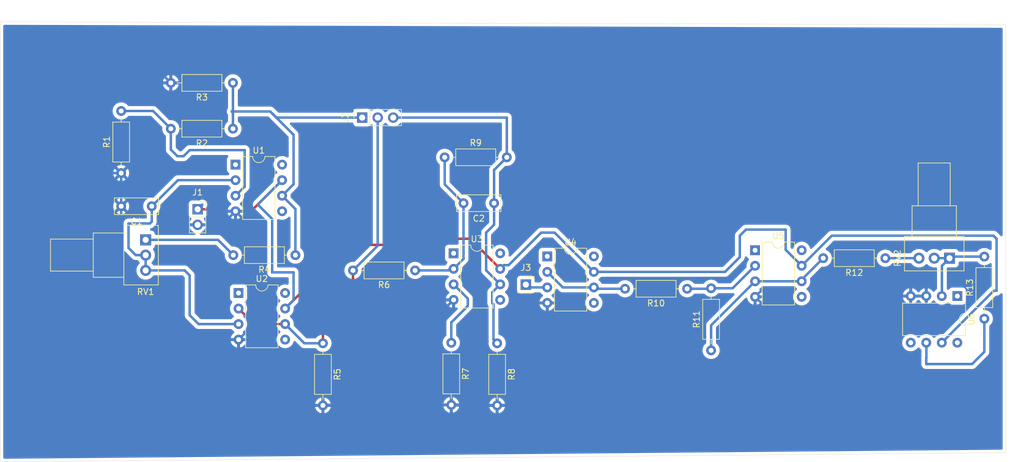
<source format=kicad_pcb>
(kicad_pcb (version 20240108) (generator "pcbnew") (generator_version "8.0")
  (layers (0 "F.Cu" signal) (31 "B.Cu" signal) (34 "B.Paste" user) (35 "F.Paste" user) (36 "B.SilkS" user "B.Silkscreen") (37 "F.SilkS" user "F.Silkscreen") (38 "B.Mask" user) (39 "F.Mask" user) (44 "Edge.Cuts" user))
  (net 0 "")
  (net 1 "Net-(U1--)")
  (net 2 "Earth")
  (net 3 "Net-(J2-Pin_3)")
  (net 4 "Net-(U3--)")
  (net 5 "+12")
  (net 6 "Net-(J2-Pin_1)")
  (net 7 "Net-(J2-Pin_2)")
  (net 8 "Net-(J3-Pin_1)")
  (net 9 "Net-(U1-+)")
  (net 10 "Net-(R4-Pad2)")
  (net 11 "Net-(U3-+)")
  (net 12 "Net-(U4--)")
  (net 13 "Net-(U5--)")
  (net 14 "Net-(U5-+)")
  (net 15 "Net-(R12-Pad1)")
  (net 16 "Net-(R13-Pad1)")
  (net 17 "Net-(U6--)")
  (footprint "Resistor_THT:R_Axial_DIN0207_L6.3mm_D2.5mm_P10.16mm_Horizontal" (layer "F.Cu") (at 89.08 76 180)
    (property "Reference" "R2" (at 5.08 -2.37 360) (layer "F.SilkS"))
    (property "Value" "100K")
    (fp_line (start 9.12 0) (end 8.35 0) (stroke (width 0.12)) (layer "F.SilkS"))
    (fp_line (start 8.35 1.37) (end 8.35 -1.37) (stroke (width 0.12)) (layer "F.SilkS"))
    (fp_line (start 8.35 -1.37) (end 1.81 -1.37) (stroke (width 0.12)) (layer "F.SilkS"))
    (fp_line (start 1.81 1.37) (end 8.35 1.37) (stroke (width 0.12)) (layer "F.SilkS"))
    (fp_line (start 1.81 -1.37) (end 1.81 1.37) (stroke (width 0.12)) (layer "F.SilkS"))
    (fp_line (start 1.04 0) (end 1.81 0) (stroke (width 0.12)) (layer "F.SilkS"))
    (pad "1" thru_hole circle (at 0 0 180) (size 1.6 1.6) (drill 0.8) (layers "*.Cu" "*.Mask") (net 6 "Net-(J2-Pin_1)"))
    (pad "2" thru_hole oval (at 10.16 0 180) (size 1.6 1.6) (drill 0.8) (layers "*.Cu" "*.Mask") (net 9 "Net-(U1-+)"))
  )
  (footprint "Resistor_THT:R_Axial_DIN0207_L6.3mm_D2.5mm_P10.16mm_Horizontal" (layer "F.Cu") (at 132.3 111.1 -90)
    (property "Reference" "R8" (at 5.08 -2.37 90) (layer "F.SilkS"))
    (property "Value" "4.7k")
    (fp_line (start 1.81 1.37) (end 8.35 1.37) (stroke (width 0.12)) (layer "F.SilkS"))
    (fp_line (start 8.35 1.37) (end 8.35 -1.37) (stroke (width 0.12)) (layer "F.SilkS"))
    (fp_line (start 1.04 0) (end 1.81 0) (stroke (width 0.12)) (layer "F.SilkS"))
    (fp_line (start 9.12 0) (end 8.35 0) (stroke (width 0.12)) (layer "F.SilkS"))
    (fp_line (start 1.81 -1.37) (end 1.81 1.37) (stroke (width 0.12)) (layer "F.SilkS"))
    (fp_line (start 8.35 -1.37) (end 1.81 -1.37) (stroke (width 0.12)) (layer "F.SilkS"))
    (pad "1" thru_hole circle (at 0 0 270) (size 1.6 1.6) (drill 0.8) (layers "*.Cu" "*.Mask") (net 3 "Net-(J2-Pin_3)"))
    (pad "2" thru_hole oval (at 10.16 0 270) (size 1.6 1.6) (drill 0.8) (layers "*.Cu" "*.Mask") (net 2 "Earth"))
  )
  (footprint "Potentiometer_THT:Potentiometer_Alps_RK09Y11_Single_Horizontal" (layer "F.Cu") (at 74.8 94.18)
    (property "Reference" "RV1" (at 0 8.5 180) (layer "F.SilkS"))
    (property "Value" "100K")
    (fp_line (start -15.57 5.12) (end -15.57 -0.12) (stroke (width 0.12)) (layer "F.SilkS"))
    (fp_line (start -8.57 -0.12) (end -15.57 -0.12) (stroke (width 0.12)) (layer "F.SilkS"))
    (fp_line (start -8.57 5.12) (end -15.57 5.12) (stroke (width 0.12)) (layer "F.SilkS"))
    (fp_line (start -8.57 6.12) (end -8.57 -1.12) (stroke (width 0.12)) (layer "F.SilkS"))
    (fp_line (start -3.57 -1.12) (end -8.57 -1.12) (stroke (width 0.12)) (layer "F.SilkS"))
    (fp_line (start -3.57 6.12) (end -8.57 6.12) (stroke (width 0.12)) (layer "F.SilkS"))
    (fp_line (start -3.57 7.37) (end -3.57 -2.37) (stroke (width 0.12)) (layer "F.SilkS"))
    (fp_line (start 2.071 -2.37) (end -3.57 -2.37) (stroke (width 0.12)) (layer "F.SilkS"))
    (fp_line (start 2.071 7.37) (end -3.57 7.37) (stroke (width 0.12)) (layer "F.SilkS"))
    (fp_line (start 2.071 7.37) (end 2.071 -2.37) (stroke (width 0.12)) (layer "F.SilkS"))
    (pad "1" thru_hole rect (at 0 0 180) (size 1.8 1.8) (drill 1) (layers "*.Cu" "*.Mask") (net 10 "Net-(R4-Pad2)"))
    (pad "2" thru_hole circle (at 0 2.5 180) (size 1.8 1.8) (drill 1) (layers "*.Cu" "*.Mask") (net 1 "Net-(U1--)"))
    (pad "3" thru_hole circle (at 0 5 180) (size 1.8 1.8) (drill 1) (layers "*.Cu" "*.Mask") (net 1 "Net-(U1--)"))
  )
  (footprint "Resistor_THT:R_Axial_DIN0207_L6.3mm_D2.5mm_P10.16mm_Horizontal" (layer "F.Cu") (at 70.8 83.26 90)
    (property "Reference" "R1" (at 5.08 -2.37 90) (layer "F.SilkS"))
    (property "Value" "20K")
    (fp_line (start 8.35 -1.37) (end 1.81 -1.37) (stroke (width 0.12)) (layer "F.SilkS"))
    (fp_line (start 1.81 -1.37) (end 1.81 1.37) (stroke (width 0.12)) (layer "F.SilkS"))
    (fp_line (start 9.12 0) (end 8.35 0) (stroke (width 0.12)) (layer "F.SilkS"))
    (fp_line (start 1.04 0) (end 1.81 0) (stroke (width 0.12)) (layer "F.SilkS"))
    (fp_line (start 8.35 1.37) (end 8.35 -1.37) (stroke (width 0.12)) (layer "F.SilkS"))
    (fp_line (start 1.81 1.37) (end 8.35 1.37) (stroke (width 0.12)) (layer "F.SilkS"))
    (pad "1" thru_hole circle (at 0 0 90) (size 1.6 1.6) (drill 0.8) (layers "*.Cu" "*.Mask") (net 2 "Earth"))
    (pad "2" thru_hole oval (at 10.16 0 90) (size 1.6 1.6) (drill 0.8) (layers "*.Cu" "*.Mask") (net 9 "Net-(U1-+)"))
  )
  (footprint "Package_DIP:DIP-8_W7.62mm" (layer "F.Cu") (at 89.5 81.88)
    (property "Reference" "U1" (at 3.81 -2.33 0) (layer "F.SilkS"))
    (property "Value" "LM741")
    (fp_line (start 1.16 -1.33) (end 1.16 8.95) (stroke (width 0.12)) (layer "F.SilkS"))
    (fp_line (start 1.16 8.95) (end 6.46 8.95) (stroke (width 0.12)) (layer "F.SilkS"))
    (fp_line (start 2.81 -1.33) (end 1.16 -1.33) (stroke (width 0.12)) (layer "F.SilkS"))
    (fp_line (start 6.46 -1.33) (end 4.81 -1.33) (stroke (width 0.12)) (layer "F.SilkS"))
    (fp_line (start 6.46 8.95) (end 6.46 -1.33) (stroke (width 0.12)) (layer "F.SilkS"))
    (fp_arc (start 4.81 -1.33) (mid 3.81 -0.33) (end 2.81 -1.33) (stroke (width 0.12)) (layer "F.SilkS"))
    (pad "1" thru_hole rect (at 0 0) (size 1.6 1.6) (drill 0.8) (layers "*.Cu" "*.Mask"))
    (pad "2" thru_hole oval (at 0 2.54) (size 1.6 1.6) (drill 0.8) (layers "*.Cu" "*.Mask") (net 1 "Net-(U1--)"))
    (pad "3" thru_hole oval (at 0 5.08) (size 1.6 1.6) (drill 0.8) (layers "*.Cu" "*.Mask") (net 9 "Net-(U1-+)"))
    (pad "4" thru_hole oval (at 0 7.62) (size 1.6 1.6) (drill 0.8) (layers "*.Cu" "*.Mask") (net 2 "Earth"))
    (pad "5" thru_hole oval (at 7.62 7.62) (size 1.6 1.6) (drill 0.8) (layers "*.Cu" "*.Mask"))
    (pad "6" thru_hole oval (at 7.62 5.08) (size 1.6 1.6) (drill 0.8) (layers "*.Cu" "*.Mask") (net 6 "Net-(J2-Pin_1)"))
    (pad "7" thru_hole oval (at 7.62 2.54) (size 1.6 1.6) (drill 0.8) (layers "*.Cu" "*.Mask") (net 5 "+12"))
    (pad "8" thru_hole oval (at 7.62 0) (size 1.6 1.6) (drill 0.8) (layers "*.Cu" "*.Mask"))
  )
  (footprint "Resistor_THT:R_Axial_DIN0207_L6.3mm_D2.5mm_P10.16mm_Horizontal" (layer "F.Cu") (at 212 107.08 90)
    (property "Reference" "R13" (at 5.08 -2.37 90) (layer "F.SilkS"))
    (property "Value" "1k")
    (fp_line (start 8.35 -1.37) (end 1.81 -1.37) (stroke (width 0.12)) (layer "F.SilkS"))
    (fp_line (start 1.81 -1.37) (end 1.81 1.37) (stroke (width 0.12)) (layer "F.SilkS"))
    (fp_line (start 9.12 0) (end 8.35 0) (stroke (width 0.12)) (layer "F.SilkS"))
    (fp_line (start 1.04 0) (end 1.81 0) (stroke (width 0.12)) (layer "F.SilkS"))
    (fp_line (start 8.35 1.37) (end 8.35 -1.37) (stroke (width 0.12)) (layer "F.SilkS"))
    (fp_line (start 1.81 1.37) (end 8.35 1.37) (stroke (width 0.12)) (layer "F.SilkS"))
    (pad "1" thru_hole circle (at 0 0 90) (size 1.6 1.6) (drill 0.8) (layers "*.Cu" "*.Mask") (net 16 "Net-(R13-Pad1)"))
    (pad "2" thru_hole oval (at 10.16 0 90) (size 1.6 1.6) (drill 0.8) (layers "*.Cu" "*.Mask") (net 17 "Net-(U6--)"))
  )
  (footprint "Potentiometer_THT:Potentiometer_Alps_RK09Y11_Single_Horizontal" (layer "F.Cu") (at 206.3 97.18 -90)
    (property "Reference" "RV2" (at 0 8.5 90) (layer "F.SilkS"))
    (property "Value" "100k")
    (fp_line (start -3.57 7.37) (end -3.57 -2.37) (stroke (width 0.12)) (layer "F.SilkS"))
    (fp_line (start 2.071 7.37) (end -3.57 7.37) (stroke (width 0.12)) (layer "F.SilkS"))
    (fp_line (start 2.071 7.37) (end 2.071 -2.37) (stroke (width 0.12)) (layer "F.SilkS"))
    (fp_line (start -8.57 6.12) (end -8.57 -1.12) (stroke (width 0.12)) (layer "F.SilkS"))
    (fp_line (start -3.57 6.12) (end -8.57 6.12) (stroke (width 0.12)) (layer "F.SilkS"))
    (fp_line (start -15.57 5.12) (end -15.57 -0.12) (stroke (width 0.12)) (layer "F.SilkS"))
    (fp_line (start -8.57 5.12) (end -15.57 5.12) (stroke (width 0.12)) (layer "F.SilkS"))
    (fp_line (start -8.57 -0.12) (end -15.57 -0.12) (stroke (width 0.12)) (layer "F.SilkS"))
    (fp_line (start -3.57 -1.12) (end -8.57 -1.12) (stroke (width 0.12)) (layer "F.SilkS"))
    (fp_line (start 2.071 -2.37) (end -3.57 -2.37) (stroke (width 0.12)) (layer "F.SilkS"))
    (pad "1" thru_hole rect (at 0 0 90) (size 1.8 1.8) (drill 1) (layers "*.Cu" "*.Mask") (net 17 "Net-(U6--)"))
    (pad "2" thru_hole circle (at 0 2.5 90) (size 1.8 1.8) (drill 1) (layers "*.Cu" "*.Mask") (net 17 "Net-(U6--)"))
    (pad "3" thru_hole circle (at 0 5 90) (size 1.8 1.8) (drill 1) (layers "*.Cu" "*.Mask") (net 15 "Net-(R12-Pad1)"))
  )
  (footprint "Resistor_THT:R_Axial_DIN0207_L6.3mm_D2.5mm_P10.16mm_Horizontal" (layer "F.Cu") (at 89.08 68.5 180)
    (property "Reference" "R3" (at 5.08 -2.37 360) (layer "F.SilkS"))
    (property "Value" "4.7K")
    (fp_line (start 9.12 0) (end 8.35 0) (stroke (width 0.12)) (layer "F.SilkS"))
    (fp_line (start 8.35 1.37) (end 8.35 -1.37) (stroke (width 0.12)) (layer "F.SilkS"))
    (fp_line (start 8.35 -1.37) (end 1.81 -1.37) (stroke (width 0.12)) (layer "F.SilkS"))
    (fp_line (start 1.81 1.37) (end 8.35 1.37) (stroke (width 0.12)) (layer "F.SilkS"))
    (fp_line (start 1.81 -1.37) (end 1.81 1.37) (stroke (width 0.12)) (layer "F.SilkS"))
    (fp_line (start 1.04 0) (end 1.81 0) (stroke (width 0.12)) (layer "F.SilkS"))
    (pad "1" thru_hole circle (at 0 0 180) (size 1.6 1.6) (drill 0.8) (layers "*.Cu" "*.Mask") (net 6 "Net-(J2-Pin_1)"))
    (pad "2" thru_hole oval (at 10.16 0 180) (size 1.6 1.6) (drill 0.8) (layers "*.Cu" "*.Mask") (net 2 "Earth"))
  )
  (footprint "Connector_PinSocket_2.54mm:PinSocket_1x02_P2.54mm_Vertical" (layer "F.Cu") (at 83.3 89.18)
    (property "Reference" "J1" (at 0 -2.77 0) (layer "F.SilkS"))
    (property "Value" "Conn_01x02_Pin")
    (fp_line (start -1.33 1.27) (end -1.33 3.87) (stroke (width 0.12)) (layer "F.SilkS"))
    (fp_line (start -1.33 1.27) (end 1.33 1.27) (stroke (width 0.12)) (layer "F.SilkS"))
    (fp_line (start -1.33 3.87) (end 1.33 3.87) (stroke (width 0.12)) (layer "F.SilkS"))
    (fp_line (start 0 -1.33) (end 1.33 -1.33) (stroke (width 0.12)) (layer "F.SilkS"))
    (fp_line (start 1.33 -1.33) (end 1.33 0) (stroke (width 0.12)) (layer "F.SilkS"))
    (fp_line (start 1.33 1.27) (end 1.33 3.87) (stroke (width 0.12)) (layer "F.SilkS"))
    (pad "1" thru_hole rect (at 0 0) (size 1.7 1.7) (drill 1) (layers "*.Cu" "*.Mask") (net 5 "+12"))
    (pad "2" thru_hole oval (at 0 2.54) (size 1.7 1.7) (drill 1) (layers "*.Cu" "*.Mask") (net 2 "Earth"))
  )
  (footprint "Resistor_THT:R_Axial_DIN0207_L6.3mm_D2.5mm_P10.16mm_Horizontal" (layer "F.Cu") (at 195.8 97.18 180)
    (property "Reference" "R12" (at 5.08 -2.37 360) (layer "F.SilkS"))
    (property "Value" "1k")
    (fp_line (start 9.12 0) (end 8.35 0) (stroke (width 0.12)) (layer "F.SilkS"))
    (fp_line (start 8.35 1.37) (end 8.35 -1.37) (stroke (width 0.12)) (layer "F.SilkS"))
    (fp_line (start 8.35 -1.37) (end 1.81 -1.37) (stroke (width 0.12)) (layer "F.SilkS"))
    (fp_line (start 1.81 1.37) (end 8.35 1.37) (stroke (width 0.12)) (layer "F.SilkS"))
    (fp_line (start 1.81 -1.37) (end 1.81 1.37) (stroke (width 0.12)) (layer "F.SilkS"))
    (fp_line (start 1.04 0) (end 1.81 0) (stroke (width 0.12)) (layer "F.SilkS"))
    (pad "1" thru_hole circle (at 0 0 180) (size 1.6 1.6) (drill 0.8) (layers "*.Cu" "*.Mask") (net 15 "Net-(R12-Pad1)"))
    (pad "2" thru_hole oval (at 10.16 0 180) (size 1.6 1.6) (drill 0.8) (layers "*.Cu" "*.Mask") (net 14 "Net-(U5-+)"))
  )
  (footprint "Resistor_THT:R_Axial_DIN0207_L6.3mm_D2.5mm_P10.16mm_Horizontal" (layer "F.Cu") (at 163.38 102.18 180)
    (property "Reference" "R10" (at 5.08 -2.37 0) (layer "F.SilkS"))
    (property "Value" "4.7k")
    (fp_line (start 9.12 0) (end 8.35 0) (stroke (width 0.12)) (layer "F.SilkS"))
    (fp_line (start 8.35 1.37) (end 8.35 -1.37) (stroke (width 0.12)) (layer "F.SilkS"))
    (fp_line (start 8.35 -1.37) (end 1.81 -1.37) (stroke (width 0.12)) (layer "F.SilkS"))
    (fp_line (start 1.81 1.37) (end 8.35 1.37) (stroke (width 0.12)) (layer "F.SilkS"))
    (fp_line (start 1.81 -1.37) (end 1.81 1.37) (stroke (width 0.12)) (layer "F.SilkS"))
    (fp_line (start 1.04 0) (end 1.81 0) (stroke (width 0.12)) (layer "F.SilkS"))
    (pad "1" thru_hole circle (at 0 0 180) (size 1.6 1.6) (drill 0.8) (layers "*.Cu" "*.Mask") (net 13 "Net-(U5--)"))
    (pad "2" thru_hole oval (at 10.16 0 180) (size 1.6 1.6) (drill 0.8) (layers "*.Cu" "*.Mask") (net 12 "Net-(U4--)"))
  )
  (footprint "Resistor_THT:R_Axial_DIN0207_L6.3mm_D2.5mm_P10.16mm_Horizontal" (layer "F.Cu") (at 124.8 111.02 -90)
    (property "Reference" "R7" (at 5.08 -2.37 90) (layer "F.SilkS"))
    (property "Value" "100k")
    (fp_line (start 1.81 1.37) (end 8.35 1.37) (stroke (width 0.12)) (layer "F.SilkS"))
    (fp_line (start 8.35 1.37) (end 8.35 -1.37) (stroke (width 0.12)) (layer "F.SilkS"))
    (fp_line (start 1.04 0) (end 1.81 0) (stroke (width 0.12)) (layer "F.SilkS"))
    (fp_line (start 9.12 0) (end 8.35 0) (stroke (width 0.12)) (layer "F.SilkS"))
    (fp_line (start 1.81 -1.37) (end 1.81 1.37) (stroke (width 0.12)) (layer "F.SilkS"))
    (fp_line (start 8.35 -1.37) (end 1.81 -1.37) (stroke (width 0.12)) (layer "F.SilkS"))
    (pad "1" thru_hole circle (at 0 0 270) (size 1.6 1.6) (drill 0.8) (layers "*.Cu" "*.Mask") (net 11 "Net-(U3-+)"))
    (pad "2" thru_hole oval (at 10.16 0 270) (size 1.6 1.6) (drill 0.8) (layers "*.Cu" "*.Mask") (net 2 "Earth"))
  )
  (footprint "Capacitor_THT:C_Disc_D7.0mm_W2.5mm_P5.00mm" (layer "F.Cu") (at 131.8 88.18 180)
    (property "Reference" "C2" (at 2.5 -2.5 360) (layer "F.SilkS"))
    (property "Value" "0.2uF")
    (fp_line (start 6.12 -1.37) (end 6.12 1.37) (stroke (width 0.12)) (layer "F.SilkS"))
    (fp_line (start -1.12 1.37) (end 6.12 1.37) (stroke (width 0.12)) (layer "F.SilkS"))
    (fp_line (start -1.12 -1.37) (end 6.12 -1.37) (stroke (width 0.12)) (layer "F.SilkS"))
    (fp_line (start -1.12 -1.37) (end -1.12 1.37) (stroke (width 0.12)) (layer "F.SilkS"))
    (pad "1" thru_hole circle (at 0 0 180) (size 1.6 1.6) (drill 0.8) (layers "*.Cu" "*.Mask") (net 3 "Net-(J2-Pin_3)"))
    (pad "2" thru_hole circle (at 5 0 180) (size 1.6 1.6) (drill 0.8) (layers "*.Cu" "*.Mask") (net 4 "Net-(U3--)"))
  )
  (footprint "Capacitor_THT:C_Disc_D7.0mm_W2.5mm_P5.00mm" (layer "F.Cu") (at 75.8 88.68 180)
    (property "Reference" "C1" (at 2.5 -2.5 360) (layer "F.SilkS"))
    (property "Value" "1uF")
    (fp_line (start 6.12 -1.37) (end 6.12 1.37) (stroke (width 0.12)) (layer "F.SilkS"))
    (fp_line (start -1.12 1.37) (end 6.12 1.37) (stroke (width 0.12)) (layer "F.SilkS"))
    (fp_line (start -1.12 -1.37) (end 6.12 -1.37) (stroke (width 0.12)) (layer "F.SilkS"))
    (fp_line (start -1.12 -1.37) (end -1.12 1.37) (stroke (width 0.12)) (layer "F.SilkS"))
    (pad "1" thru_hole circle (at 0 0 180) (size 1.6 1.6) (drill 0.8) (layers "*.Cu" "*.Mask") (net 1 "Net-(U1--)"))
    (pad "2" thru_hole circle (at 5 0 180) (size 1.6 1.6) (drill 0.8) (layers "*.Cu" "*.Mask") (net 2 "Earth"))
  )
  (footprint "Resistor_THT:R_Axial_DIN0207_L6.3mm_D2.5mm_P10.16mm_Horizontal" (layer "F.Cu") (at 99.3 96.68 180)
    (property "Reference" "R4" (at 5.08 -2.37 360) (layer "F.SilkS"))
    (property "Value" "100")
    (fp_line (start 9.12 0) (end 8.35 0) (stroke (width 0.12)) (layer "F.SilkS"))
    (fp_line (start 8.35 1.37) (end 8.35 -1.37) (stroke (width 0.12)) (layer "F.SilkS"))
    (fp_line (start 8.35 -1.37) (end 1.81 -1.37) (stroke (width 0.12)) (layer "F.SilkS"))
    (fp_line (start 1.81 1.37) (end 8.35 1.37) (stroke (width 0.12)) (layer "F.SilkS"))
    (fp_line (start 1.81 -1.37) (end 1.81 1.37) (stroke (width 0.12)) (layer "F.SilkS"))
    (fp_line (start 1.04 0) (end 1.81 0) (stroke (width 0.12)) (layer "F.SilkS"))
    (pad "1" thru_hole circle (at 0 0 180) (size 1.6 1.6) (drill 0.8) (layers "*.Cu" "*.Mask") (net 6 "Net-(J2-Pin_1)"))
    (pad "2" thru_hole oval (at 10.16 0 180) (size 1.6 1.6) (drill 0.8) (layers "*.Cu" "*.Mask") (net 10 "Net-(R4-Pad2)"))
  )
  (footprint "Package_DIP:DIP-8_W7.62mm" (layer "F.Cu") (at 125.18 96.38)
    (property "Reference" "U3" (at 3.81 -2.33 0) (layer "F.SilkS"))
    (property "Value" "LM741")
    (fp_line (start 1.16 -1.33) (end 1.16 8.95) (stroke (width 0.12)) (layer "F.SilkS"))
    (fp_line (start 1.16 8.95) (end 6.46 8.95) (stroke (width 0.12)) (layer "F.SilkS"))
    (fp_line (start 2.81 -1.33) (end 1.16 -1.33) (stroke (width 0.12)) (layer "F.SilkS"))
    (fp_line (start 6.46 -1.33) (end 4.81 -1.33) (stroke (width 0.12)) (layer "F.SilkS"))
    (fp_line (start 6.46 8.95) (end 6.46 -1.33) (stroke (width 0.12)) (layer "F.SilkS"))
    (fp_arc (start 4.81 -1.33) (mid 3.81 -0.33) (end 2.81 -1.33) (stroke (width 0.12)) (layer "F.SilkS"))
    (pad "1" thru_hole rect (at 0 0) (size 1.6 1.6) (drill 0.8) (layers "*.Cu" "*.Mask"))
    (pad "2" thru_hole oval (at 0 2.54) (size 1.6 1.6) (drill 0.8) (layers "*.Cu" "*.Mask") (net 4 "Net-(U3--)"))
    (pad "3" thru_hole oval (at 0 5.08) (size 1.6 1.6) (drill 0.8) (layers "*.Cu" "*.Mask") (net 11 "Net-(U3-+)"))
    (pad "4" thru_hole oval (at 0 7.62) (size 1.6 1.6) (drill 0.8) (layers "*.Cu" "*.Mask") (net 2 "Earth"))
    (pad "5" thru_hole oval (at 7.62 7.62) (size 1.6 1.6) (drill 0.8) (layers "*.Cu" "*.Mask"))
    (pad "6" thru_hole oval (at 7.62 5.08) (size 1.6 1.6) (drill 0.8) (layers "*.Cu" "*.Mask") (net 3 "Net-(J2-Pin_3)"))
    (pad "7" thru_hole oval (at 7.62 2.54) (size 1.6 1.6) (drill 0.8) (layers "*.Cu" "*.Mask") (net 5 "+12"))
    (pad "8" thru_hole oval (at 7.62 0) (size 1.6 1.6) (drill 0.8) (layers "*.Cu" "*.Mask"))
  )
  (footprint "Resistor_THT:R_Axial_DIN0207_L6.3mm_D2.5mm_P10.16mm_Horizontal" (layer "F.Cu") (at 167.3 112.26 90)
    (property "Reference" "R11" (at 5.08 -2.37 90) (layer "F.SilkS"))
    (property "Value" "10k")
    (fp_line (start 8.35 -1.37) (end 1.81 -1.37) (stroke (width 0.12)) (layer "F.SilkS"))
    (fp_line (start 1.81 -1.37) (end 1.81 1.37) (stroke (width 0.12)) (layer "F.SilkS"))
    (fp_line (start 9.12 0) (end 8.35 0) (stroke (width 0.12)) (layer "F.SilkS"))
    (fp_line (start 1.04 0) (end 1.81 0) (stroke (width 0.12)) (layer "F.SilkS"))
    (fp_line (start 8.35 1.37) (end 8.35 -1.37) (stroke (width 0.12)) (layer "F.SilkS"))
    (fp_line (start 1.81 1.37) (end 8.35 1.37) (stroke (width 0.12)) (layer "F.SilkS"))
    (pad "1" thru_hole circle (at 0 0 90) (size 1.6 1.6) (drill 0.8) (layers "*.Cu" "*.Mask") (net 14 "Net-(U5-+)"))
    (pad "2" thru_hole oval (at 10.16 0 90) (size 1.6 1.6) (drill 0.8) (layers "*.Cu" "*.Mask") (net 13 "Net-(U5--)"))
  )
  (footprint "Package_DIP:DIP-8_W7.62mm" (layer "F.Cu") (at 140.5 96.88)
    (property "Reference" "U4" (at 3.81 -2.33 0) (layer "F.SilkS"))
    (property "Value" "LM741")
    (fp_line (start 1.16 -1.33) (end 1.16 8.95) (stroke (width 0.12)) (layer "F.SilkS"))
    (fp_line (start 1.16 8.95) (end 6.46 8.95) (stroke (width 0.12)) (layer "F.SilkS"))
    (fp_line (start 2.81 -1.33) (end 1.16 -1.33) (stroke (width 0.12)) (layer "F.SilkS"))
    (fp_line (start 6.46 -1.33) (end 4.81 -1.33) (stroke (width 0.12)) (layer "F.SilkS"))
    (fp_line (start 6.46 8.95) (end 6.46 -1.33) (stroke (width 0.12)) (layer "F.SilkS"))
    (fp_arc (start 4.81 -1.33) (mid 3.81 -0.33) (end 2.81 -1.33) (stroke (width 0.12)) (layer "F.SilkS"))
    (pad "1" thru_hole rect (at 0 0) (size 1.6 1.6) (drill 0.8) (layers "*.Cu" "*.Mask"))
    (pad "2" thru_hole oval (at 0 2.54) (size 1.6 1.6) (drill 0.8) (layers "*.Cu" "*.Mask") (net 12 "Net-(U4--)"))
    (pad "3" thru_hole oval (at 0 5.08) (size 1.6 1.6) (drill 0.8) (layers "*.Cu" "*.Mask") (net 8 "Net-(J3-Pin_1)"))
    (pad "4" thru_hole oval (at 0 7.62) (size 1.6 1.6) (drill 0.8) (layers "*.Cu" "*.Mask") (net 2 "Earth"))
    (pad "5" thru_hole oval (at 7.62 7.62) (size 1.6 1.6) (drill 0.8) (layers "*.Cu" "*.Mask"))
    (pad "6" thru_hole oval (at 7.62 5.08) (size 1.6 1.6) (drill 0.8) (layers "*.Cu" "*.Mask") (net 12 "Net-(U4--)"))
    (pad "7" thru_hole oval (at 7.62 2.54) (size 1.6 1.6) (drill 0.8) (layers "*.Cu" "*.Mask") (net 5 "+12"))
    (pad "8" thru_hole oval (at 7.62 0) (size 1.6 1.6) (drill 0.8) (layers "*.Cu" "*.Mask"))
  )
  (footprint "Connector_PinSocket_2.54mm:PinSocket_1x03_P2.54mm_Vertical" (layer "F.Cu") (at 110.22 74.18 90)
    (property "Reference" "J2" (at 0 -2.77 90) (layer "F.SilkS"))
    (property "Value" "Conn_01x03_Pin")
    (fp_line (start 1.33 -1.33) (end 1.33 0) (stroke (width 0.12)) (layer "F.SilkS"))
    (fp_line (start 0 -1.33) (end 1.33 -1.33) (stroke (width 0.12)) (layer "F.SilkS"))
    (fp_line (start 1.33 1.27) (end 1.33 6.41) (stroke (width 0.12)) (layer "F.SilkS"))
    (fp_line (start -1.33 1.27) (end 1.33 1.27) (stroke (width 0.12)) (layer "F.SilkS"))
    (fp_line (start -1.33 1.27) (end -1.33 6.41) (stroke (width 0.12)) (layer "F.SilkS"))
    (fp_line (start -1.33 6.41) (end 1.33 6.41) (stroke (width 0.12)) (layer "F.SilkS"))
    (pad "1" thru_hole rect (at 0 0 90) (size 1.7 1.7) (drill 1) (layers "*.Cu" "*.Mask") (net 6 "Net-(J2-Pin_1)"))
    (pad "2" thru_hole oval (at 0 2.54 90) (size 1.7 1.7) (drill 1) (layers "*.Cu" "*.Mask") (net 7 "Net-(J2-Pin_2)"))
    (pad "3" thru_hole oval (at 0 5.08 90) (size 1.7 1.7) (drill 1) (layers "*.Cu" "*.Mask") (net 3 "Net-(J2-Pin_3)"))
  )
  (footprint "Resistor_THT:R_Axial_DIN0207_L6.3mm_D2.5mm_P10.16mm_Horizontal" (layer "F.Cu") (at 118.88 99.18 180)
    (property "Reference" "R6" (at 5.08 -2.37 360) (layer "F.SilkS"))
    (property "Value" "30K")
    (fp_line (start 9.12 0) (end 8.35 0) (stroke (width 0.12)) (layer "F.SilkS"))
    (fp_line (start 8.35 1.37) (end 8.35 -1.37) (stroke (width 0.12)) (layer "F.SilkS"))
    (fp_line (start 8.35 -1.37) (end 1.81 -1.37) (stroke (width 0.12)) (layer "F.SilkS"))
    (fp_line (start 1.81 1.37) (end 8.35 1.37) (stroke (width 0.12)) (layer "F.SilkS"))
    (fp_line (start 1.81 -1.37) (end 1.81 1.37) (stroke (width 0.12)) (layer "F.SilkS"))
    (fp_line (start 1.04 0) (end 1.81 0) (stroke (width 0.12)) (layer "F.SilkS"))
    (pad "1" thru_hole circle (at 0 0 180) (size 1.6 1.6) (drill 0.8) (layers "*.Cu" "*.Mask") (net 4 "Net-(U3--)"))
    (pad "2" thru_hole oval (at 10.16 0 180) (size 1.6 1.6) (drill 0.8) (layers "*.Cu" "*.Mask") (net 7 "Net-(J2-Pin_2)"))
  )
  (footprint "Package_DIP:DIP-8_W7.62mm" (layer "F.Cu") (at 174.5 95.88)
    (property "Reference" "U5" (at 3.81 -2.33 360) (layer "F.SilkS"))
    (property "Value" "LM741")
    (fp_line (start 1.16 -1.33) (end 1.16 8.95) (stroke (width 0.12)) (layer "F.SilkS"))
    (fp_line (start 1.16 8.95) (end 6.46 8.95) (stroke (width 0.12)) (layer "F.SilkS"))
    (fp_line (start 2.81 -1.33) (end 1.16 -1.33) (stroke (width 0.12)) (layer "F.SilkS"))
    (fp_line (start 6.46 -1.33) (end 4.81 -1.33) (stroke (width 0.12)) (layer "F.SilkS"))
    (fp_line (start 6.46 8.95) (end 6.46 -1.33) (stroke (width 0.12)) (layer "F.SilkS"))
    (fp_arc (start 4.81 -1.33) (mid 3.81 -0.33) (end 2.81 -1.33) (stroke (width 0.12)) (layer "F.SilkS"))
    (pad "1" thru_hole rect (at 0 0) (size 1.6 1.6) (drill 0.8) (layers "*.Cu" "*.Mask"))
    (pad "2" thru_hole oval (at 0 2.54) (size 1.6 1.6) (drill 0.8) (layers "*.Cu" "*.Mask") (net 13 "Net-(U5--)"))
    (pad "3" thru_hole oval (at 0 5.08) (size 1.6 1.6) (drill 0.8) (layers "*.Cu" "*.Mask") (net 14 "Net-(U5-+)"))
    (pad "4" thru_hole oval (at 0 7.62) (size 1.6 1.6) (drill 0.8) (layers "*.Cu" "*.Mask") (net 2 "Earth"))
    (pad "5" thru_hole oval (at 7.62 7.62) (size 1.6 1.6) (drill 0.8) (layers "*.Cu" "*.Mask"))
    (pad "6" thru_hole oval (at 7.62 5.08) (size 1.6 1.6) (drill 0.8) (layers "*.Cu" "*.Mask") (net 14 "Net-(U5-+)"))
    (pad "7" thru_hole oval (at 7.62 2.54) (size 1.6 1.6) (drill 0.8) (layers "*.Cu" "*.Mask") (net 5 "+12"))
    (pad "8" thru_hole oval (at 7.62 0) (size 1.6 1.6) (drill 0.8) (layers "*.Cu" "*.Mask"))
  )
  (footprint "Package_DIP:DIP-8_W7.62mm" (layer "F.Cu") (at 207.58 103.38 -90)
    (property "Reference" "U6" (at 3.81 -2.33 90) (layer "F.SilkS"))
    (property "Value" "LM741")
    (fp_line (start 1.16 8.95) (end 6.46 8.95) (stroke (width 0.12)) (layer "F.SilkS"))
    (fp_line (start 6.46 8.95) (end 6.46 -1.33) (stroke (width 0.12)) (layer "F.SilkS"))
    (fp_line (start 1.16 -1.33) (end 1.16 8.95) (stroke (width 0.12)) (layer "F.SilkS"))
    (fp_line (start 2.81 -1.33) (end 1.16 -1.33) (stroke (width 0.12)) (layer "F.SilkS"))
    (fp_line (start 6.46 -1.33) (end 4.81 -1.33) (stroke (width 0.12)) (layer "F.SilkS"))
    (fp_arc (start 4.81 -1.33) (mid 3.81 -0.33) (end 2.81 -1.33) (stroke (width 0.12)) (layer "F.SilkS"))
    (pad "1" thru_hole rect (at 0 0 270) (size 1.6 1.6) (drill 0.8) (layers "*.Cu" "*.Mask"))
    (pad "2" thru_hole oval (at 0 2.54 270) (size 1.6 1.6) (drill 0.8) (layers "*.Cu" "*.Mask") (net 17 "Net-(U6--)"))
    (pad "3" thru_hole oval (at 0 5.08 270) (size 1.6 1.6) (drill 0.8) (layers "*.Cu" "*.Mask") (net 2 "Earth"))
    (pad "4" thru_hole oval (at 0 7.62 270) (size 1.6 1.6) (drill 0.8) (layers "*.Cu" "*.Mask") (net 2 "Earth"))
    (pad "5" thru_hole oval (at 7.62 7.62 270) (size 1.6 1.6) (drill 0.8) (layers "*.Cu" "*.Mask"))
    (pad "6" thru_hole oval (at 7.62 5.08 270) (size 1.6 1.6) (drill 0.8) (layers "*.Cu" "*.Mask") (net 16 "Net-(R13-Pad1)"))
    (pad "7" thru_hole oval (at 7.62 2.54 270) (size 1.6 1.6) (drill 0.8) (layers "*.Cu" "*.Mask") (net 5 "+12"))
    (pad "8" thru_hole oval (at 7.62 0 270) (size 1.6 1.6) (drill 0.8) (layers "*.Cu" "*.Mask"))
  )
  (footprint "Resistor_THT:R_Axial_DIN0207_L6.3mm_D2.5mm_P10.16mm_Horizontal" (layer "F.Cu") (at 103.8 111.1 -90)
    (property "Reference" "R5" (at 5.08 -2.37 90) (layer "F.SilkS"))
    (property "Value" "4.7K")
    (fp_line (start 1.81 1.37) (end 8.35 1.37) (stroke (width 0.12)) (layer "F.SilkS"))
    (fp_line (start 8.35 1.37) (end 8.35 -1.37) (stroke (width 0.12)) (layer "F.SilkS"))
    (fp_line (start 1.04 0) (end 1.81 0) (stroke (width 0.12)) (layer "F.SilkS"))
    (fp_line (start 9.12 0) (end 8.35 0) (stroke (width 0.12)) (layer "F.SilkS"))
    (fp_line (start 1.81 -1.37) (end 1.81 1.37) (stroke (width 0.12)) (layer "F.SilkS"))
    (fp_line (start 8.35 -1.37) (end 1.81 -1.37) (stroke (width 0.12)) (layer "F.SilkS"))
    (pad "1" thru_hole circle (at 0 0 270) (size 1.6 1.6) (drill 0.8) (layers "*.Cu" "*.Mask") (net 7 "Net-(J2-Pin_2)"))
    (pad "2" thru_hole oval (at 10.16 0 270) (size 1.6 1.6) (drill 0.8) (layers "*.Cu" "*.Mask") (net 2 "Earth"))
  )
  (footprint "Package_DIP:DIP-8_W7.62mm" (layer "F.Cu") (at 90 102.88)
    (property "Reference" "U2" (at 3.81 -2.33 0) (layer "F.SilkS"))
    (property "Value" "LM741")
    (fp_line (start 1.16 -1.33) (end 1.16 8.95) (stroke (width 0.12)) (layer "F.SilkS"))
    (fp_line (start 1.16 8.95) (end 6.46 8.95) (stroke (width 0.12)) (layer "F.SilkS"))
    (fp_line (start 2.81 -1.33) (end 1.16 -1.33) (stroke (width 0.12)) (layer "F.SilkS"))
    (fp_line (start 6.46 -1.33) (end 4.81 -1.33) (stroke (width 0.12)) (layer "F.SilkS"))
    (fp_line (start 6.46 8.95) (end 6.46 -1.33) (stroke (width 0.12)) (layer "F.SilkS"))
    (fp_arc (start 4.81 -1.33) (mid 3.81 -0.33) (end 2.81 -1.33) (stroke (width 0.12)) (layer "F.SilkS"))
    (pad "1" thru_hole rect (at 0 0) (size 1.6 1.6) (drill 0.8) (layers "*.Cu" "*.Mask"))
    (pad "2" thru_hole oval (at 0 2.54) (size 1.6 1.6) (drill 0.8) (layers "*.Cu" "*.Mask") (net 7 "Net-(J2-Pin_2)"))
    (pad "3" thru_hole oval (at 0 5.08) (size 1.6 1.6) (drill 0.8) (layers "*.Cu" "*.Mask") (net 1 "Net-(U1--)"))
    (pad "4" thru_hole oval (at 0 7.62) (size 1.6 1.6) (drill 0.8) (layers "*.Cu" "*.Mask") (net 2 "Earth"))
    (pad "5" thru_hole oval (at 7.62 7.62) (size 1.6 1.6) (drill 0.8) (layers "*.Cu" "*.Mask"))
    (pad "6" thru_hole oval (at 7.62 5.08) (size 1.6 1.6) (drill 0.8) (layers "*.Cu" "*.Mask") (net 7 "Net-(J2-Pin_2)"))
    (pad "7" thru_hole oval (at 7.62 2.54) (size 1.6 1.6) (drill 0.8) (layers "*.Cu" "*.Mask") (net 5 "+12"))
    (pad "8" thru_hole oval (at 7.62 0) (size 1.6 1.6) (drill 0.8) (layers "*.Cu" "*.Mask"))
  )
  (footprint "Connector_PinSocket_2.54mm:PinSocket_1x01_P2.54mm_Vertical" (layer "F.Cu") (at 137 101.5)
    (property "Reference" "J3" (at 0 -2.77 0) (layer "F.SilkS"))
    (property "Value" "Conn_01x01_Pin")
    (fp_line (start -1.33 1.21) (end -1.33 1.33) (stroke (width 0.12)) (layer "F.SilkS"))
    (fp_line (start -1.33 1.33) (end 1.33 1.33) (stroke (width 0.12)) (layer "F.SilkS"))
    (fp_line (start 0 -1.33) (end 1.33 -1.33) (stroke (width 0.12)) (layer "F.SilkS"))
    (fp_line (start 1.33 -1.33) (end 1.33 0) (stroke (width 0.12)) (layer "F.SilkS"))
    (fp_line (start 1.33 1.21) (end 1.33 1.33) (stroke (width 0.12)) (layer "F.SilkS"))
    (pad "1" thru_hole rect (at 0 0) (size 1.7 1.7) (drill 1) (layers "*.Cu" "*.Mask") (net 8 "Net-(J3-Pin_1)"))
  )
  (footprint "Resistor_THT:R_Axial_DIN0207_L6.3mm_D2.5mm_P10.16mm_Horizontal" (layer "F.Cu") (at 123.72 80.68)
    (property "Reference" "R9" (at 5.08 -2.37 0) (layer "F.SilkS"))
    (property "Value" "100K")
    (fp_line (start 1.04 0) (end 1.81 0) (stroke (width 0.12)) (layer "F.SilkS"))
    (fp_line (start 1.81 -1.37) (end 1.81 1.37) (stroke (width 0.12)) (layer "F.SilkS"))
    (fp_line (start 1.81 1.37) (end 8.35 1.37) (stroke (width 0.12)) (layer "F.SilkS"))
    (fp_line (start 8.35 -1.37) (end 1.81 -1.37) (stroke (width 0.12)) (layer "F.SilkS"))
    (fp_line (start 8.35 1.37) (end 8.35 -1.37) (stroke (width 0.12)) (layer "F.SilkS"))
    (fp_line (start 9.12 0) (end 8.35 0) (stroke (width 0.12)) (layer "F.SilkS"))
    (pad "1" thru_hole circle (at 0 0) (size 1.6 1.6) (drill 0.8) (layers "*.Cu" "*.Mask") (net 4 "Net-(U3--)"))
    (pad "2" thru_hole oval (at 10.16 0) (size 1.6 1.6) (drill 0.8) (layers "*.Cu" "*.Mask") (net 3 "Net-(J2-Pin_3)"))
  )
  (gr_line (start 215.5 59) (end 51 58.5) (stroke (width 0.05)) (layer "Edge.Cuts"))
  (gr_line (start 215.5 129) (end 215.5 59) (stroke (width 0.05)) (layer "Edge.Cuts"))
  (gr_line (start 51 58.5) (end 51 130.5) (stroke (width 0.05)) (layer "Edge.Cuts"))
  (gr_line (start 51 130.5) (end 215.5 129) (stroke (width 0.05)) (layer "Edge.Cuts"))
  (segment (start 75.5 91.5) (end 72 91.5) (width 0.4) (layer "B.Cu") (net 1))
  (segment (start 82 106.5) (end 83.46 107.96) (width 0.4) (layer "B.Cu") (net 1))
  (segment (start 74.8 96.68) (end 74.8 99.18) (width 0.4) (layer "B.Cu") (net 1))
  (segment (start 82 100) (end 82 106.5) (width 0.4) (layer "B.Cu") (net 1))
  (segment (start 72 91.5) (end 72 95.5) (width 0.4) (layer "B.Cu") (net 1))
  (segment (start 75.8 91.2) (end 75.5 91.5) (width 0.4) (layer "B.Cu") (net 1))
  (segment (start 74.8 99.18) (end 81.18 99.18) (width 0.4) (layer "B.Cu") (net 1))
  (segment (start 80.08 84.42) (end 89.5 84.42) (width 0.4) (layer "B.Cu") (net 1))
  (segment (start 83.46 107.96) (end 90 107.96) (width 0.4) (layer "B.Cu") (net 1))
  (segment (start 75.82 88.68) (end 80.08 84.42) (width 0.4) (layer "B.Cu") (net 1))
  (segment (start 75.8 88.68) (end 75.82 88.68) (width 0.4) (layer "B.Cu") (net 1))
  (segment (start 75.8 88.68) (end 75.8 91.2) (width 0.4) (layer "B.Cu") (net 1))
  (segment (start 74.8 96.68) (end 73.18 96.68) (width 0.4) (layer "B.Cu") (net 1))
  (segment (start 81.18 99.18) (end 82 100) (width 0.4) (layer "B.Cu") (net 1))
  (segment (start 72 95.5) (end 73.18 96.68) (width 0.4) (layer "B.Cu") (net 1))
  (segment (start 184.64 121.26) (end 184.5 121.26) (width 0.4) (layer "B.Cu") (net 2))
  (segment (start 184.5 121.26) (end 132.3 121.26) (width 0.4) (layer "B.Cu") (net 2))
  (segment (start 121 115.5) (end 121.5 116) (width 0.4) (layer "B.Cu") (net 2))
  (segment (start 168 115) (end 144 115) (width 0.4) (layer "B.Cu") (net 2))
  (segment (start 85.26 121.26) (end 103.8 121.26) (width 0.4) (layer "B.Cu") (net 2))
  (segment (start 71 66.5) (end 67.5 70) (width 0.4) (layer "B.Cu") (net 2))
  (segment (start 199.96 103.38) (end 188.62 103.38) (width 0.4) (layer "B.Cu") (net 2))
  (segment (start 138.5 113.5) (end 140.5 111.5) (width 0.4) (layer "B.Cu") (net 2))
  (segment (start 78.92 68.5) (end 76.92 66.5) (width 0.4) (layer "B.Cu") (net 2))
  (segment (start 93 107.5) (end 90 110.5) (width 0.4) (layer "B.Cu") (net 2))
  (segment (start 67.5 82) (end 68.76 83.26) (width 0.4) (layer "B.Cu") (net 2))
  (segment (start 103.88 121.18) (end 103.8 121.26) (width 0.4) (layer "B.Cu") (net 2))
  (segment (start 87.28 91.72) (end 89.5 89.5) (width 0.4) (layer "B.Cu") (net 2))
  (segment (start 70.8 106.8) (end 85.26 121.26) (width 0.4) (layer "B.Cu") (net 2))
  (segment (start 125.18 104) (end 125.18 103.68) (width 0.4) (layer "B.Cu") (net 2))
  (segment (start 90 116.5) (end 90 110.5) (width 0.4) (layer "B.Cu") (net 2))
  (segment (start 144 115) (end 140.5 111.5) (width 0.4) (layer "B.Cu") (net 2))
  (segment (start 68.76 83.26) (end 70.8 83.26) (width 0.4) (layer "B.Cu") (net 2))
  (segment (start 174.5 103.5) (end 174.5 108.5) (width 0.4) (layer "B.Cu") (net 2))
  (segment (start 90.5 117) (end 90 116.5) (width 0.4) (layer "B.Cu") (net 2))
  (segment (start 125.18 104) (end 117 104) (width 0.4) (layer "B.Cu") (net 2))
  (segment (start 83.3 91.72) (end 87.28 91.72) (width 0.4) (layer "B.Cu") (net 2))
  (segment (start 104 117) (end 90.5 117) (width 0.4) (layer "B.Cu") (net 2))
  (segment (start 76.92 66.5) (end 71 66.5) (width 0.4) (layer "B.Cu") (net 2))
  (segment (start 67.5 70) (end 67.5 82) (width 0.4) (layer "B.Cu") (net 2))
  (segment (start 125.18 104) (end 122.66 106.52) (width 0.4) (layer "B.Cu") (net 2))
  (segment (start 199.96 103.38) (end 199.96 105.8) (width 0.4) (layer "B.Cu") (net 2))
  (segment (start 70.8 88.68) (end 70.8 83.26) (width 0.4) (layer "B.Cu") (net 2))
  (segment (start 199.96 105.8) (end 184.5 121.26) (width 0.4) (layer "B.Cu") (net 2))
  (segment (start 188.62 103.38) (end 185 107) (width 0.4) (layer "B.Cu") (net 2))
  (segment (start 178 107) (end 174.5 103.5) (width 0.4) (layer "B.Cu") (net 2))
  (segment (start 124.88 121.26) (end 124.8 121.18) (width 0.4) (layer "B.Cu") (net 2))
  (segment (start 138.5 116) (end 138.5 113.5) (width 0.4) (layer "B.Cu") (net 2))
  (segment (start 202.5 103.38) (end 199.96 103.38) (width 0.4) (layer "B.Cu") (net 2))
  (segment (start 175.6 102.4) (end 174.5 103.5) (width 0.4) (layer "B.Cu") (net 2))
  (segment (start 132.3 121.26) (end 124.88 121.26) (width 0.4) (layer "B.Cu") (net 2))
  (segment (start 124.8 121.18) (end 103.88 121.18) (width 0.4) (layer "B.Cu") (net 2))
  (segment (start 121.5 116) (end 138.5 116) (width 0.4) (layer "B.Cu") (net 2))
  (segment (start 140.5 111.5) (end 140.5 104.5) (width 0.4) (layer "B.Cu") (net 2))
  (segment (start 117 104) (end 104 117) (width 0.4) (layer "B.Cu") (net 2))
  (segment (start 174.5 108.5) (end 168 115) (width 0.4) (layer "B.Cu") (net 2))
  (segment (start 93 93) (end 93 107.5) (width 0.4) (layer "B.Cu") (net 2))
  (segment (start 185 107) (end 178 107) (width 0.4) (layer "B.Cu") (net 2))
  (segment (start 121 108.18) (end 121 115.5) (width 0.4) (layer "B.Cu") (net 2))
  (segment (start 125.18 104) (end 121 108.18) (width 0.4) (layer "B.Cu") (net 2))
  (segment (start 70.8 88.68) (end 70.8 106.8) (width 0.4) (layer "B.Cu") (net 2))
  (segment (start 89.5 89.5) (end 93 93) (width 0.4) (layer "B.Cu") (net 2))
  (segment (start 125.18 103.68) (end 125 103.5) (width 0.4) (layer "B.Cu") (net 2))
  (segment (start 131.8 82.76) (end 133.88 80.68) (width 0.4) (layer "B.Cu") (net 3))
  (segment (start 131.8 91.7) (end 130.5 93) (width 0.4) (layer "B.Cu") (net 3))
  (segment (start 131.7 110.5) (end 132.3 111.1) (width 0.4) (layer "B.Cu") (net 3))
  (segment (start 133.88 80.68) (end 133.88 74.18) (width 0.4) (layer "B.Cu") (net 3))
  (segment (start 131.8 88.18) (end 131.8 82.76) (width 0.4) (layer "B.Cu") (net 3))
  (segment (start 131.5 102.76) (end 131.5 104.5) (width 0.4) (layer "B.Cu") (net 3))
  (segment (start 132.8 101.46) (end 131.5 102.76) (width 0.4) (layer "B.Cu") (net 3))
  (segment (start 133.88 74.18) (end 115.3 74.18) (width 0.4) (layer "B.Cu") (net 3))
  (segment (start 131.7 104.7) (end 131.7 110.5) (width 0.4) (layer "B.Cu") (net 3))
  (segment (start 131.8 88.18) (end 131.8 91.7) (width 0.4) (layer "B.Cu") (net 3))
  (segment (start 130.5 99.16) (end 132.8 101.46) (width 0.4) (layer "B.Cu") (net 3))
  (segment (start 130.5 93) (end 130.5 99.16) (width 0.4) (layer "B.Cu") (net 3))
  (segment (start 131.5 104.5) (end 131.7 104.7) (width 0.4) (layer "B.Cu") (net 3))
  (segment (start 124.32 99.18) (end 118.88 99.18) (width 0.4) (layer "B.Cu") (net 4))
  (segment (start 125.18 98.92) (end 124.58 98.92) (width 0.4) (layer "B.Cu") (net 4))
  (segment (start 123.72 85.1) (end 126.8 88.18) (width 0.4) (layer "B.Cu") (net 4))
  (segment (start 123.72 80.68) (end 123.72 85.1) (width 0.4) (layer "B.Cu") (net 4))
  (segment (start 126.8 88.18) (end 126.8 97.3) (width 0.4) (layer "B.Cu") (net 4))
  (segment (start 124.58 98.92) (end 124.32 99.18) (width 0.4) (layer "B.Cu") (net 4))
  (segment (start 126.8 97.3) (end 125.18 98.92) (width 0.4) (layer "B.Cu") (net 4))
  (segment (start 107.5 95.54) (end 97.62 105.42) (width 0.4) (layer "F.Cu") (net 5))
  (segment (start 86.18 89.18) (end 89 92) (width 0.4) (layer "F.Cu") (net 5))
  (segment (start 83.3 89.18) (end 86.18 89.18) (width 0.4) (layer "F.Cu") (net 5))
  (segment (start 89.54 92) (end 97.12 84.42) (width 0.4) (layer "F.Cu") (net 5))
  (segment (start 119.5 94) (end 118.5 95) (width 0.4) (layer "F.Cu") (net 5))
  (segment (start 118.5 95) (end 107.5 95) (width 0.4) (layer "F.Cu") (net 5))
  (segment (start 89 92) (end 89.54 92) (width 0.4) (layer "F.Cu") (net 5))
  (segment (start 107.5 95) (end 107.5 95.54) (width 0.4) (layer "F.Cu") (net 5))
  (segment (start 132.8 98.92) (end 127.88 94) (width 0.4) (layer "F.Cu") (net 5))
  (segment (start 127.88 94) (end 119.5 94) (width 0.4) (layer "F.Cu") (net 5))
  (segment (start 182.12 98.42) (end 179.5 95.8) (width 0.4) (layer "B.Cu") (net 5))
  (segment (start 99 99.5) (end 95.5 99.5) (width 0.4) (layer "B.Cu") (net 5))
  (segment (start 139.5 93) (end 134.18 98.32) (width 0.4) (layer "B.Cu") (net 5))
  (segment (start 83.3 89.18) (end 84.08 88.4) (width 0.4) (layer "B.Cu") (net 5))
  (segment (start 179.5 95.8) (end 179.5 92.5) (width 0.4) (layer "B.Cu") (net 5))
  (segment (start 214 102.5) (end 213.54 102.5) (width 0.4) (layer "B.Cu") (net 5))
  (segment (start 97.62 105.42) (end 99 104.04) (width 0.4) (layer "B.Cu") (net 5))
  (segment (start 213.54 102.5) (end 205.04 111) (width 0.4) (layer "B.Cu") (net 5))
  (segment (start 99 104.04) (end 99 99.5) (width 0.4) (layer "B.Cu") (net 5))
  (segment (start 172 97) (end 169.58 99.42) (width 0.4) (layer "B.Cu") (net 5))
  (segment (start 213.5 93.5) (end 214 94) (width 0.4) (layer "B.Cu") (net 5))
  (segment (start 214 94) (end 214 102.5) (width 0.4) (layer "B.Cu") (net 5))
  (segment (start 187.04 93.5) (end 213.5 93.5) (width 0.4) (layer "B.Cu") (net 5))
  (segment (start 141.7 93) (end 139.5 93) (width 0.4) (layer "B.Cu") (net 5))
  (segment (start 173 92.5) (end 172 93.5) (width 0.4) (layer "B.Cu") (net 5))
  (segment (start 93.14 88.4) (end 97.12 84.42) (width 0.4) (layer "B.Cu") (net 5))
  (segment (start 95.5 99.5) (end 95.5 90.76) (width 0.4) (layer "B.Cu") (net 5))
  (segment (start 148.12 99.42) (end 141.7 93) (width 0.4) (layer "B.Cu") (net 5))
  (segment (start 179.5 92.5) (end 173 92.5) (width 0.4) (layer "B.Cu") (net 5))
  (segment (start 133.4 98.32) (end 132.8 98.92) (width 0.4) (layer "B.Cu") (net 5))
  (segment (start 182.12 98.42) (end 187.04 93.5) (width 0.4) (layer "B.Cu") (net 5))
  (segment (start 172 93.5) (end 172 97) (width 0.4) (layer "B.Cu") (net 5))
  (segment (start 134.18 98.32) (end 133.4 98.32) (width 0.4) (layer "B.Cu") (net 5))
  (segment (start 169.58 99.42) (end 148.12 99.42) (width 0.4) (layer "B.Cu") (net 5))
  (segment (start 95.5 90.76) (end 93.14 88.4) (width 0.4) (layer "B.Cu") (net 5))
  (segment (start 99.3 89.14) (end 97.12 86.96) (width 0.4) (layer "B.Cu") (net 6))
  (segment (start 99 85) (end 99 85.08) (width 0.4) (layer "B.Cu") (net 6))
  (segment (start 95.18 73.18) (end 95.5 73.5) (width 0.4) (layer "B.Cu") (net 6))
  (segment (start 89.08 68.5) (end 89.08 72.98) (width 0.4) (layer "B.Cu") (net 6))
  (segment (start 99.3 96.68) (end 99.3 89.14) (width 0.4) (layer "B.Cu") (net 6))
  (segment (start 96.18 74.18) (end 95.5 73.5) (width 0.4) (layer "B.Cu") (net 6))
  (segment (start 89.08 76) (end 89.08 73.38) (width 0.4) (layer "B.Cu") (net 6))
  (segment (start 95.5 73.5) (end 99 77) (width 0.4) (layer "B.Cu") (net 6))
  (segment (start 88.88 73.18) (end 95.18 73.18) (width 0.4) (layer "B.Cu") (net 6))
  (segment (start 89.08 72.98) (end 88.88 73.18) (width 0.4) (layer "B.Cu") (net 6))
  (segment (start 110.22 74.18) (end 96.18 74.18) (width 0.4) (layer "B.Cu") (net 6))
  (segment (start 99 85.08) (end 97.12 86.96) (width 0.4) (layer "B.Cu") (net 6))
  (segment (start 89.08 73.38) (end 88.88 73.18) (width 0.4) (layer "B.Cu") (net 6))
  (segment (start 99 77) (end 99 85) (width 0.4) (layer "B.Cu") (net 6))
  (segment (start 103.8 111.1) (end 103.8 109.2) (width 0.4) (layer "F.Cu") (net 7))
  (segment (start 103.8 109.2) (end 108.72 104.28) (width 0.4) (layer "F.Cu") (net 7))
  (segment (start 97.62 107.96) (end 92.54 107.96) (width 0.4) (layer "F.Cu") (net 7))
  (segment (start 108.72 104.28) (end 108.72 99.18) (width 0.4) (layer "F.Cu") (net 7))
  (segment (start 92.54 107.96) (end 90 105.42) (width 0.4) (layer "F.Cu") (net 7))
  (segment (start 100.76 111.1) (end 97.62 107.96) (width 0.4) (layer "B.Cu") (net 7))
  (segment (start 103.8 111.1) (end 100.76 111.1) (width 0.4) (layer "B.Cu") (net 7))
  (segment (start 112.76 95.14) (end 112.76 74.18) (width 0.4) (layer "B.Cu") (net 7))
  (segment (start 108.72 99.18) (end 112.76 95.14) (width 0.4) (layer "B.Cu") (net 7))
  (segment (start 137.46 101.96) (end 137 101.5) (width 0.4) (layer "B.Cu") (net 8))
  (segment (start 140.5 101.96) (end 137.46 101.96) (width 0.4) (layer "B.Cu") (net 8))
  (segment (start 76.02 73.1) (end 78.92 76) (width 0.4) (layer "B.Cu") (net 9))
  (segment (start 81 80.5) (end 82 79.5) (width 0.4) (layer "B.Cu") (net 9))
  (segment (start 78.92 76) (end 78.92 79.42) (width 0.4) (layer "B.Cu") (net 9))
  (segment (start 80 80.5) (end 81 80.5) (width 0.4) (layer "B.Cu") (net 9))
  (segment (start 91 85.46) (end 89.5 86.96) (width 0.4) (layer "B.Cu") (net 9))
  (segment (start 82 79.5) (end 91 79.5) (width 0.4) (layer "B.Cu") (net 9))
  (segment (start 91 79.5) (end 91 85.46) (width 0.4) (layer "B.Cu") (net 9))
  (segment (start 78.92 79.42) (end 80 80.5) (width 0.4) (layer "B.Cu") (net 9))
  (segment (start 70.8 73.1) (end 76.02 73.1) (width 0.4) (layer "B.Cu") (net 9))
  (segment (start 86.64 94.18) (end 89.14 96.68) (width 0.4) (layer "B.Cu") (net 10))
  (segment (start 74.8 94.18) (end 86.64 94.18) (width 0.4) (layer "B.Cu") (net 10))
  (segment (start 127.5 103.78) (end 125.18 101.46) (width 0.4) (layer "B.Cu") (net 11))
  (segment (start 127.5 105) (end 127.5 103.78) (width 0.4) (layer "B.Cu") (net 11))
  (segment (start 124.8 107.7) (end 127.5 105) (width 0.4) (layer "B.Cu") (net 11))
  (segment (start 124.8 111.02) (end 124.8 107.7) (width 0.4) (layer "B.Cu") (net 11))
  (segment (start 148.34 102.18) (end 148.12 101.96) (width 0.4) (layer "B.Cu") (net 12))
  (segment (start 153.22 102.18) (end 148.34 102.18) (width 0.4) (layer "B.Cu") (net 12))
  (segment (start 148.12 101.96) (end 143.04 101.96) (width 0.4) (layer "B.Cu") (net 12))
  (segment (start 143.04 101.96) (end 140.5 99.42) (width 0.4) (layer "B.Cu") (net 12))
  (segment (start 174.5 98.42) (end 170.82 102.1) (width 0.4) (layer "B.Cu") (net 13))
  (segment (start 163.38 102.18) (end 167.22 102.18) (width 0.4) (layer "B.Cu") (net 13))
  (segment (start 167.22 102.18) (end 167.3 102.1) (width 0.4) (layer "B.Cu") (net 13))
  (segment (start 170.82 102.1) (end 167.3 102.1) (width 0.4) (layer "B.Cu") (net 13))
  (segment (start 182.12 100.7) (end 182.12 100.96) (width 0.4) (layer "F.Cu") (net 14))
  (segment (start 167.3 108.16) (end 174.5 100.96) (width 0.4) (layer "B.Cu") (net 14))
  (segment (start 182.12 100.7) (end 182.12 100.96) (width 0.4) (layer "B.Cu") (net 14))
  (segment (start 185.64 97.18) (end 182.12 100.7) (width 0.4) (layer "B.Cu") (net 14))
  (segment (start 167.3 112.26) (end 167.3 108.16) (width 0.4) (layer "B.Cu") (net 14))
  (segment (start 174.5 100.96) (end 182.12 100.96) (width 0.4) (layer "B.Cu") (net 14))
  (segment (start 195.8 97.18) (end 201.3 97.18) (width 0.4) (layer "B.Cu") (net 15))
  (segment (start 210 114.5) (end 202.5 114.5) (width 0.4) (layer "B.Cu") (net 16))
  (segment (start 212 112.5) (end 210 114.5) (width 0.4) (layer "B.Cu") (net 16))
  (segment (start 202.52 113.48) (end 202.52 111) (width 0.4) (layer "B.Cu") (net 16))
  (segment (start 212 107.08) (end 212 112.5) (width 0.4) (layer "B.Cu") (net 16))
  (segment (start 202.5 113.5) (end 202.52 113.48) (width 0.4) (layer "B.Cu") (net 16))
  (segment (start 202.5 114.5) (end 202.5 113.5) (width 0.4) (layer "B.Cu") (net 16))
  (segment (start 205.06 98.42) (end 206.3 97.18) (width 0.4) (layer "B.Cu") (net 17))
  (segment (start 206.56 96.92) (end 206.3 97.18) (width 0.4) (layer "B.Cu") (net 17))
  (segment (start 212 96.92) (end 206.56 96.92) (width 0.4) (layer "B.Cu") (net 17))
  (segment (start 203.8 97.18) (end 206.3 97.18) (width 0.4) (layer "B.Cu") (net 17))
  (segment (start 205.06 103.38) (end 205.06 98.42) (width 0.4) (layer "B.Cu") (net 17))
  (zone (net 2) (net_name "Earth") (layer "B.Cu") (connect_pads (clearance 0.6)) (min_thickness 0.4) (fill yes (thermal_gap 0.5) (thermal_bridge_width 0.5))
    (polygon (pts (xy 218.5 58.5) (xy 216.854924 54.943815) (xy 215.5 59) (xy 215.5 129) (xy 51 130) (xy 51 58.5) (xy 215.5 59)))
  )
)
</source>
